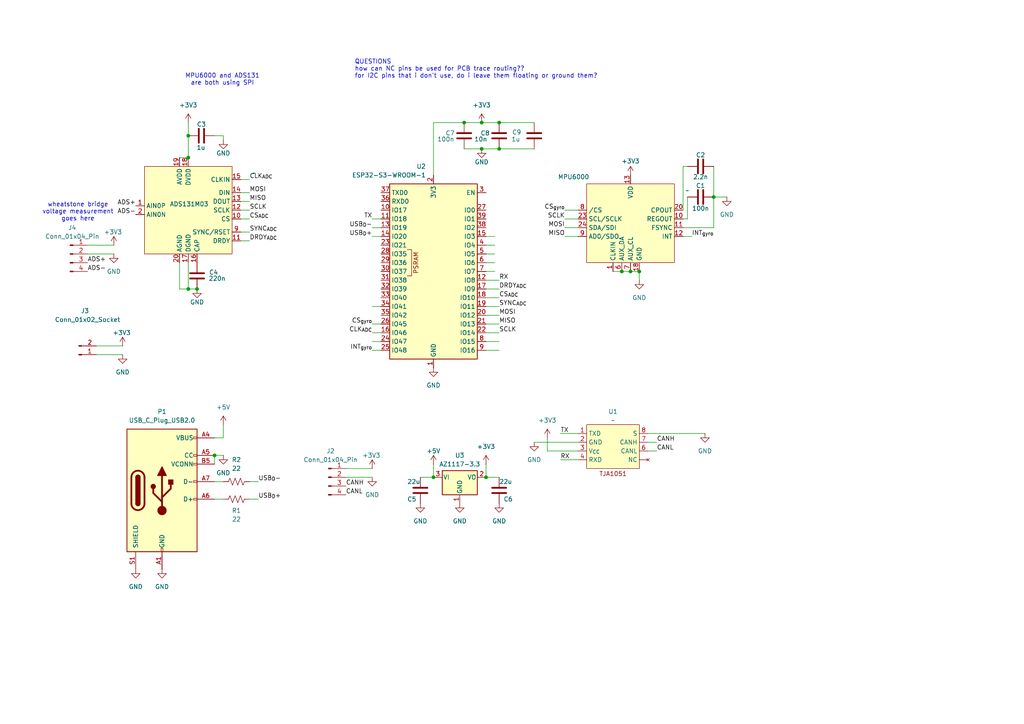
<source format=kicad_sch>
(kicad_sch (version 20231120) (generator "eeschema") (generator_version "8.0")
  (paper "A4")
  (lib_symbols
    (symbol "0_pwrmtr:ADS131M03"
      (property "Reference" "ADS131M03" (at -19.05 15.24 0))
      (symbol "ADS131M03_1_1"
        (rectangle (start -12.7 12.7) (end 12.7 -12.7) (fill (type background)))
        (pin input line (at -15.24 1.27 0) (length 2.54) (name "AIN0P") (number "1"))
        (pin input line (at 15.24 -2.54 180) (length 2.54) (name "CS") (number "10"))
        (pin input line (at 15.24 -8.89 180) (length 2.54) (name "DRDY") (number "11"))
        (pin input line (at 15.24 0 180) (length 2.54) (name "SCLK") (number "12"))
        (pin input line (at 15.24 2.54 180) (length 2.54) (name "DOUT") (number "13"))
        (pin input line (at 15.24 5.08 180) (length 2.54) (name "DIN") (number "14"))
        (pin input line (at 15.24 8.89 180) (length 2.54) (name "CLKIN") (number "15"))
        (pin input line (at 2.54 -15.24 90) (length 2.54) (name "CAP") (number "16"))
        (pin input line (at 0 -15.24 90) (length 2.54) (name "DGND") (number "17"))
        (pin input line (at 0 15.24 270) (length 2.54) (name "DVDD") (number "18"))
        (pin input line (at -2.54 15.24 270) (length 2.54) (name "AVDD") (number "19"))
        (pin input line (at -15.24 -1.27 0) (length 2.54) (name "AIN0N") (number "2"))
        (pin input line (at -2.54 -15.24 90) (length 2.54) (name "AGND") (number "20"))
        (pin input line (at -15.24 -8.89 0) (length 2.54) hide (name "AIN1N") (number "3"))
        (pin input line (at -15.24 -10.16 0) (length 2.54) hide (name "AIN1P") (number "4"))
        (pin input line (at -15.24 -11.43 0) (length 2.54) hide (name "AIN2P") (number "5"))
        (pin input line (at -12.7 -15.24 90) (length 2.54) hide (name "AIN2N") (number "6"))
        (pin input line (at -11.43 -15.24 90) (length 2.54) hide (name "NC") (number "7"))
        (pin input line (at -10.16 -15.24 90) (length 2.54) hide (name "NC") (number "8"))
        (pin input line (at 15.24 -6.35 180) (length 2.54) (name "SYNC/RSET") (number "9"))
      )
    )
    (symbol "0_pwrmtr:MPU6050"
      (property "Reference" "MPU6050" (at -19.05 12.7 0))
      (symbol "MPU6050_1_1"
        (rectangle (start -12.7 11.43) (end 12.7 -11.43) (fill (type background)))
        (pin input line (at -5.08 -13.97 90) (length 2.54) (name "CLKIN") (number "1"))
        (pin input line (at 15.24 1.27 180) (length 2.54) (name "REGOUT") (number "10"))
        (pin input line (at 15.24 -1.27 180) (length 2.54) (name "FSYNC") (number "11"))
        (pin input line (at 15.24 -3.81 180) (length 2.54) (name "INT") (number "12"))
        (pin input line (at 0 13.97 270) (length 2.54) (name "VDD") (number "13"))
        (pin no_connect line (at 3.81 13.97 270) (length 2.54) hide (name "NC") (number "14"))
        (pin no_connect line (at -3.81 13.97 270) (length 2.54) hide (name "NC") (number "15"))
        (pin no_connect line (at -6.35 13.97 270) (length 2.54) hide (name "NC") (number "16"))
        (pin no_connect line (at -8.89 13.97 270) (length 2.54) hide (name "NC") (number "17"))
        (pin input line (at 2.54 -13.97 90) (length 2.54) (name "GND") (number "18"))
        (pin input line (at -15.24 -10.16 0) (length 2.54) hide (name "RESV") (number "19"))
        (pin no_connect line (at -11.43 13.97 270) (length 2.54) hide (name "NC") (number "2"))
        (pin input line (at 15.24 3.81 180) (length 2.54) (name "CPOUT") (number "20"))
        (pin input line (at -15.24 -7.62 0) (length 2.54) hide (name "RESV") (number "21"))
        (pin input line (at -15.24 -5.08 0) (length 2.54) hide (name "RESV") (number "22"))
        (pin input line (at -15.24 1.27 0) (length 2.54) (name "SCL/SCLK") (number "23"))
        (pin input line (at -15.24 -1.27 0) (length 2.54) (name "SDA/SDI") (number "24"))
        (pin no_connect line (at 11.43 13.97 270) (length 2.54) hide (name "NC") (number "3"))
        (pin no_connect line (at 8.89 13.97 270) (length 2.54) hide (name "NC") (number "4"))
        (pin no_connect line (at 6.35 13.97 270) (length 2.54) hide (name "NC") (number "5"))
        (pin input line (at -2.54 -13.97 90) (length 2.54) (name "AUX_DA") (number "6"))
        (pin input line (at 0 -13.97 90) (length 2.54) (name "AUX_CL") (number "7"))
        (pin input line (at -15.24 3.81 0) (length 2.54) (name "/CS") (number "8"))
        (pin input line (at -15.24 -3.81 0) (length 2.54) (name "AD0/SDO") (number "9"))
      )
    )
    (symbol "Connector:Conn_01x02_Pin" (pin_names (offset 1.016) hide)
      (property "Reference" "J" (at 0 2.54 0))
      (property "Value" "Conn_01x02_Pin" (at 0 -5.08 0))
      (symbol "Conn_01x02_Pin_1_1"
        (polyline (pts (xy 1.27 -2.54) (xy 0.8636 -2.54)) (stroke (width 0.1524)))
        (polyline (pts (xy 1.27 0) (xy 0.8636 0)) (stroke (width 0.1524)))
        (rectangle (start 0.8636 -2.413) (end 0 -2.667) (stroke (width 0.1524)) (fill (type outline)))
        (rectangle (start 0.8636 0.127) (end 0 -0.127) (stroke (width 0.1524)) (fill (type outline)))
        (pin passive line (at 5.08 0 180) (length 3.81) (name "Pin_1") (number "1"))
        (pin passive line (at 5.08 -2.54 180) (length 3.81) (name "Pin_2") (number "2"))
      )
    )
    (symbol "Connector:Conn_01x04_Pin" (pin_names (offset 1.016) hide)
      (property "Reference" "J" (at 0 5.08 0))
      (property "Value" "Conn_01x04_Pin" (at 0 -7.62 0))
      (symbol "Conn_01x04_Pin_1_1"
        (polyline (pts (xy 1.27 -5.08) (xy 0.8636 -5.08)) (stroke (width 0.1524)))
        (polyline (pts (xy 1.27 -2.54) (xy 0.8636 -2.54)) (stroke (width 0.1524)))
        (polyline (pts (xy 1.27 0) (xy 0.8636 0)) (stroke (width 0.1524)))
        (polyline (pts (xy 1.27 2.54) (xy 0.8636 2.54)) (stroke (width 0.1524)))
        (rectangle (start 0.8636 -4.953) (end 0 -5.207) (stroke (width 0.1524)) (fill (type outline)))
        (rectangle (start 0.8636 -2.413) (end 0 -2.667) (stroke (width 0.1524)) (fill (type outline)))
        (rectangle (start 0.8636 0.127) (end 0 -0.127) (stroke (width 0.1524)) (fill (type outline)))
        (rectangle (start 0.8636 2.667) (end 0 2.413) (stroke (width 0.1524)) (fill (type outline)))
        (pin passive line (at 5.08 2.54 180) (length 3.81) (name "Pin_1") (number "1"))
        (pin passive line (at 5.08 0 180) (length 3.81) (name "Pin_2") (number "2"))
        (pin passive line (at 5.08 -2.54 180) (length 3.81) (name "Pin_3") (number "3"))
        (pin passive line (at 5.08 -5.08 180) (length 3.81) (name "Pin_4") (number "4"))
      )
    )
    (symbol "Connector:USB_C_Plug_USB2.0" (pin_names (offset 1.016))
      (property "Reference" "P" (at -10.16 19.05 0))
      (property "Value" "USB_C_Plug_USB2.0" (at 12.7 19.05 0))
      (symbol "USB_C_Plug_USB2.0_0_0"
        (rectangle (start -0.254 -17.78) (end 0.254 -16.764))
        (rectangle (start 10.16 -2.286) (end 9.144 -2.794))
        (rectangle (start 10.16 2.794) (end 9.144 2.286))
        (rectangle (start 10.16 7.874) (end 9.144 7.366))
        (rectangle (start 10.16 10.414) (end 9.144 9.906))
        (rectangle (start 10.16 15.494) (end 9.144 14.986))
      )
      (symbol "USB_C_Plug_USB2.0_0_1"
        (rectangle (start -10.16 17.78) (end 10.16 -17.78) (stroke (width 0.254)) (fill (type background)))
        (arc (start -8.89 -3.81) (mid -6.985 -5.7067) (end -5.08 -3.81) (stroke (width 0.508)))
        (arc (start -7.62 -3.81) (mid -6.985 -4.4423) (end -6.35 -3.81) (stroke (width 0.254)))
        (arc (start -7.62 -3.81) (mid -6.985 -4.4423) (end -6.35 -3.81) (stroke (width 0.254)) (fill (type outline)))
        (rectangle (start -7.62 -3.81) (end -6.35 3.81) (stroke (width 0.254)) (fill (type outline)))
        (arc (start -6.35 3.81) (mid -6.985 4.4423) (end -7.62 3.81) (stroke (width 0.254)))
        (arc (start -6.35 3.81) (mid -6.985 4.4423) (end -7.62 3.81) (stroke (width 0.254)) (fill (type outline)))
        (arc (start -5.08 3.81) (mid -6.985 5.7067) (end -8.89 3.81) (stroke (width 0.508)))
        (circle (center -2.54 1.143) (radius 0.635) (stroke (width 0.254)) (fill (type outline)))
        (circle (center 0 -5.842) (radius 1.27) (fill (type outline)))
        (polyline (pts (xy -8.89 -3.81) (xy -8.89 3.81)) (stroke (width 0.508)))
        (polyline (pts (xy -5.08 3.81) (xy -5.08 -3.81)) (stroke (width 0.508)))
        (polyline (pts (xy 0 -5.842) (xy 0 4.318)) (stroke (width 0.508)))
        (polyline (pts (xy 0 -3.302) (xy -2.54 -0.762) (xy -2.54 0.508)) (stroke (width 0.508)))
        (polyline (pts (xy 0 -2.032) (xy 2.54 0.508) (xy 2.54 1.778)) (stroke (width 0.508)))
        (polyline (pts (xy -1.27 4.318) (xy 0 6.858) (xy 1.27 4.318) (xy -1.27 4.318)) (stroke (width 0.254)) (fill (type outline)))
        (rectangle (start 1.905 1.778) (end 3.175 3.048) (stroke (width 0.254)) (fill (type outline)))
      )
      (symbol "USB_C_Plug_USB2.0_1_1"
        (pin passive line (at 0 -22.86 90) (length 5.08) (name "GND") (number "A1"))
        (pin passive line (at 0 -22.86 90) (length 5.08) hide (name "GND") (number "A12"))
        (pin passive line (at 15.24 15.24 180) (length 5.08) (name "VBUS") (number "A4"))
        (pin bidirectional line (at 15.24 10.16 180) (length 5.08) (name "CC") (number "A5"))
        (pin bidirectional line (at 15.24 -2.54 180) (length 5.08) (name "D+") (number "A6"))
        (pin bidirectional line (at 15.24 2.54 180) (length 5.08) (name "D-") (number "A7"))
        (pin passive line (at 15.24 15.24 180) (length 5.08) hide (name "VBUS") (number "A9"))
        (pin passive line (at 0 -22.86 90) (length 5.08) hide (name "GND") (number "B1"))
        (pin passive line (at 0 -22.86 90) (length 5.08) hide (name "GND") (number "B12"))
        (pin passive line (at 15.24 15.24 180) (length 5.08) hide (name "VBUS") (number "B4"))
        (pin bidirectional line (at 15.24 7.62 180) (length 5.08) (name "VCONN") (number "B5"))
        (pin passive line (at 15.24 15.24 180) (length 5.08) hide (name "VBUS") (number "B9"))
        (pin passive line (at -7.62 -22.86 90) (length 5.08) (name "SHIELD") (number "S1"))
      )
    )
    (symbol "Device:C" (pin_numbers hide) (pin_names (offset 0.254))
      (property "Reference" "C" (at 0.635 2.54 0))
      (property "Value" "C" (at 0.635 -2.54 0))
      (symbol "C_0_1"
        (polyline (pts (xy -2.032 -0.762) (xy 2.032 -0.762)) (stroke (width 0.508)))
        (polyline (pts (xy -2.032 0.762) (xy 2.032 0.762)) (stroke (width 0.508)))
      )
      (symbol "C_1_1"
        (pin passive line (at 0 3.81 270) (length 2.794) (name "~") (number "1"))
        (pin passive line (at 0 -3.81 90) (length 2.794) (name "~") (number "2"))
      )
    )
    (symbol "Device:R_US" (pin_numbers hide) (pin_names (offset 0))
      (property "Reference" "R" (at 2.54 0 90))
      (property "Value" "R_US" (at -2.54 0 90))
      (symbol "R_US_0_1"
        (polyline (pts (xy 0 -2.286) (xy 0 -2.54)))
        (polyline (pts (xy 0 2.286) (xy 0 2.54)))
        (polyline (pts (xy 0 -0.762) (xy 1.016 -1.143) (xy 0 -1.524) (xy -1.016 -1.905) (xy 0 -2.286)))
        (polyline (pts (xy 0 0.762) (xy 1.016 0.381) (xy 0 0) (xy -1.016 -0.381) (xy 0 -0.762)))
        (polyline (pts (xy 0 2.286) (xy 1.016 1.905) (xy 0 1.524) (xy -1.016 1.143) (xy 0 0.762)))
      )
      (symbol "R_US_1_1"
        (pin passive line (at 0 3.81 270) (length 1.27) (name "~") (number "1"))
        (pin passive line (at 0 -3.81 90) (length 1.27) (name "~") (number "2"))
      )
    )
    (symbol "Interface_CAN_LIN:TJA1051"
      (property "Reference" "U3" (at 0 1.27 0))
      (property "Value" "~" (at 0 -1.27 0))
      (symbol "TJA1051_1_1"
        (rectangle (start -7.62 -2.54) (end 7.62 -15.24) (fill (type background)))
        (text "TJA1051" (at 0 -16.764 0) (effects (font (size 1.27 1.27))))
        (pin no_connect line (at 10.16 -12.7 180) (length 2.54) (name "NC") (number ""))
        (pin bidirectional line (at -10.16 -5.08 0) (length 2.54) (name "TXD") (number "1"))
        (pin input line (at -10.16 -7.62 0) (length 2.54) (name "GND") (number "2"))
        (pin input line (at -10.16 -10.16 0) (length 2.54) (name "V_{CC}") (number "3"))
        (pin bidirectional line (at -10.16 -12.7 0) (length 2.54) (name "RXD") (number "4"))
        (pin bidirectional line (at 10.16 -10.16 180) (length 2.54) (name "CANL") (number "6"))
        (pin bidirectional line (at 10.16 -7.62 180) (length 2.54) (name "CANH") (number "7"))
        (pin input line (at 10.16 -5.08 180) (length 2.54) (name "S") (number "8"))
      )
    )
    (symbol "RF_Module:ESP32-S3-WROOM-1"
      (property "Reference" "U" (at -12.7 26.67 0))
      (property "Value" "ESP32-S3-WROOM-1" (at 12.7 26.67 0))
      (symbol "ESP32-S3-WROOM-1_0_0"
        (rectangle (start -12.7 25.4) (end 12.7 -25.4) (stroke (width 0.254)) (fill (type background)))
        (text "PSRAM" (at 5.08 2.54 900) (effects (font (size 1.27 1.27))))
      )
      (symbol "ESP32-S3-WROOM-1_0_1"
        (polyline (pts (xy 7.62 -1.27) (xy 6.35 -1.27) (xy 6.35 6.35) (xy 7.62 6.35)))
      )
      (symbol "ESP32-S3-WROOM-1_1_1"
        (pin power_in line (at 0 -27.94 90) (length 2.54) (name "GND") (number "1"))
        (pin bidirectional line (at 15.24 17.78 180) (length 2.54) (name "IO17") (number "10"))
        (pin bidirectional line (at 15.24 15.24 180) (length 2.54) (name "IO18") (number "11"))
        (pin bidirectional line (at -15.24 -2.54 0) (length 2.54) (name "IO8") (number "12"))
        (pin bidirectional line (at 15.24 12.7 180) (length 2.54) (name "IO19") (number "13"))
        (pin bidirectional line (at 15.24 10.16 180) (length 2.54) (name "IO20") (number "14"))
        (pin bidirectional line (at -15.24 10.16 0) (length 2.54) (name "IO3") (number "15"))
        (pin bidirectional line (at 15.24 -17.78 180) (length 2.54) (name "IO46") (number "16"))
        (pin bidirectional line (at -15.24 -5.08 0) (length 2.54) (name "IO9") (number "17"))
        (pin bidirectional line (at -15.24 -7.62 0) (length 2.54) (name "IO10") (number "18"))
        (pin bidirectional line (at -15.24 -10.16 0) (length 2.54) (name "IO11") (number "19"))
        (pin power_in line (at 0 27.94 270) (length 2.54) (name "3V3") (number "2"))
        (pin bidirectional line (at -15.24 -12.7 0) (length 2.54) (name "IO12") (number "20"))
        (pin bidirectional line (at -15.24 -15.24 0) (length 2.54) (name "IO13") (number "21"))
        (pin bidirectional line (at -15.24 -17.78 0) (length 2.54) (name "IO14") (number "22"))
        (pin bidirectional line (at 15.24 7.62 180) (length 2.54) (name "IO21") (number "23"))
        (pin bidirectional line (at 15.24 -20.32 180) (length 2.54) (name "IO47") (number "24"))
        (pin bidirectional line (at 15.24 -22.86 180) (length 2.54) (name "IO48") (number "25"))
        (pin bidirectional line (at 15.24 -15.24 180) (length 2.54) (name "IO45") (number "26"))
        (pin bidirectional line (at -15.24 17.78 0) (length 2.54) (name "IO0") (number "27"))
        (pin bidirectional line (at 15.24 5.08 180) (length 2.54) (name "IO35") (number "28"))
        (pin bidirectional line (at 15.24 2.54 180) (length 2.54) (name "IO36") (number "29"))
        (pin input line (at -15.24 22.86 0) (length 2.54) (name "EN") (number "3"))
        (pin bidirectional line (at 15.24 0 180) (length 2.54) (name "IO37") (number "30"))
        (pin bidirectional line (at 15.24 -2.54 180) (length 2.54) (name "IO38") (number "31"))
        (pin bidirectional line (at 15.24 -5.08 180) (length 2.54) (name "IO39") (number "32"))
        (pin bidirectional line (at 15.24 -7.62 180) (length 2.54) (name "IO40") (number "33"))
        (pin bidirectional line (at 15.24 -10.16 180) (length 2.54) (name "IO41") (number "34"))
        (pin bidirectional line (at 15.24 -12.7 180) (length 2.54) (name "IO42") (number "35"))
        (pin bidirectional line (at 15.24 20.32 180) (length 2.54) (name "RXD0") (number "36"))
        (pin bidirectional line (at 15.24 22.86 180) (length 2.54) (name "TXD0") (number "37"))
        (pin bidirectional line (at -15.24 12.7 0) (length 2.54) (name "IO2") (number "38"))
        (pin bidirectional line (at -15.24 15.24 0) (length 2.54) (name "IO1") (number "39"))
        (pin bidirectional line (at -15.24 7.62 0) (length 2.54) (name "IO4") (number "4"))
        (pin passive line (at 0 -27.94 90) (length 2.54) hide (name "GND") (number "40"))
        (pin passive line (at 0 -27.94 90) (length 2.54) hide (name "GND") (number "41"))
        (pin bidirectional line (at -15.24 5.08 0) (length 2.54) (name "IO5") (number "5"))
        (pin bidirectional line (at -15.24 2.54 0) (length 2.54) (name "IO6") (number "6"))
        (pin bidirectional line (at -15.24 0 0) (length 2.54) (name "IO7") (number "7"))
        (pin bidirectional line (at -15.24 -20.32 0) (length 2.54) (name "IO15") (number "8"))
        (pin bidirectional line (at -15.24 -22.86 0) (length 2.54) (name "IO16") (number "9"))
      )
    )
    (symbol "Regulator_Linear:AZ1117-3.3" (pin_names (offset 0.254))
      (property "Reference" "U" (at -3.81 3.175 0))
      (property "Value" "AZ1117-3.3" (at 0 3.175 0))
      (symbol "AZ1117-3.3_0_1"
        (rectangle (start -5.08 1.905) (end 5.08 -5.08) (stroke (width 0.254)) (fill (type background)))
      )
      (symbol "AZ1117-3.3_1_1"
        (pin power_in line (at 0 -7.62 90) (length 2.54) (name "GND") (number "1"))
        (pin power_out line (at 7.62 0 180) (length 2.54) (name "VO") (number "2"))
        (pin power_in line (at -7.62 0 0) (length 2.54) (name "VI") (number "3"))
      )
    )
    (symbol "power:+3V3" (power) (pin_numbers hide) (pin_names (offset 0) hide)
      (property "Value" "+3V3" (at 0 3.556 0))
      (symbol "+3V3_0_1"
        (polyline (pts (xy -0.762 1.27) (xy 0 2.54)))
        (polyline (pts (xy 0 0) (xy 0 2.54)))
        (polyline (pts (xy 0 2.54) (xy 0.762 1.27)))
      )
      (symbol "+3V3_1_1"
        (pin power_in line (at 0 0 90) (length 0) (name "~") (number "1"))
      )
    )
    (symbol "power:+5V" (power) (pin_numbers hide) (pin_names (offset 0) hide)
      (property "Value" "+5V" (at 0 3.556 0))
      (symbol "+5V_0_1"
        (polyline (pts (xy -0.762 1.27) (xy 0 2.54)))
        (polyline (pts (xy 0 0) (xy 0 2.54)))
        (polyline (pts (xy 0 2.54) (xy 0.762 1.27)))
      )
      (symbol "+5V_1_1"
        (pin power_in line (at 0 0 90) (length 0) (name "~") (number "1"))
      )
    )
    (symbol "power:GND" (power) (pin_numbers hide) (pin_names (offset 0) hide)
      (property "Value" "GND" (at 0 -3.81 0))
      (symbol "GND_0_1"
        (polyline (pts (xy 0 0) (xy 0 -1.27) (xy 1.27 -1.27) (xy 0 -2.54) (xy -1.27 -1.27) (xy 0 -1.27)))
      )
      (symbol "GND_1_1"
        (pin power_in line (at 0 0 270) (length 0) (name "~") (number "1"))
      )
    )
  )
  (junction (at 54.61 39.37))
  (junction (at 54.61 83.82))
  (junction (at 125.73 138.43))
  (junction (at 57.15 83.82))
  (junction (at 139.7 35.56))
  (junction (at 180.34 78.74))
  (junction (at 207.01 57.15))
  (junction (at 62.23 132.08))
  (junction (at 139.7 43.18))
  (junction (at 140.97 138.43))
  (junction (at 54.61 45.72))
  (junction (at 144.78 35.56))
  (junction (at 182.88 78.74))
  (junction (at 134.62 35.56))
  (junction (at 185.42 78.74))
  (junction (at 144.78 43.18))
  (wire (pts (xy 121.92 138.43) (xy 125.73 138.43)))
  (wire (pts (xy 140.97 91.44) (xy 144.78 91.44)))
  (wire (pts (xy 52.07 83.82) (xy 54.61 83.82)))
  (wire (pts (xy 198.12 63.5) (xy 199.39 63.5)))
  (wire (pts (xy 140.97 101.6) (xy 144.78 101.6)))
  (wire (pts (xy 163.83 68.58) (xy 167.64 68.58)))
  (wire (pts (xy 158.75 127) (xy 158.75 130.81)))
  (wire (pts (xy 62.23 127) (xy 64.77 127)))
  (wire (pts (xy 158.75 130.81) (xy 167.64 130.81)))
  (wire (pts (xy 54.61 35.56) (xy 54.61 39.37)))
  (wire (pts (xy 139.7 43.18) (xy 144.78 43.18)))
  (wire (pts (xy 139.7 35.56) (xy 144.78 35.56)))
  (wire (pts (xy 35.56 100.33) (xy 27.94 100.33)))
  (wire (pts (xy 107.95 135.89) (xy 100.33 135.89)))
  (wire (pts (xy 140.97 134.62) (xy 140.97 138.43)))
  (wire (pts (xy 177.8 78.74) (xy 180.34 78.74)))
  (wire (pts (xy 144.78 99.06) (xy 140.97 99.06)))
  (wire (pts (xy 134.62 35.56) (xy 139.7 35.56)))
  (wire (pts (xy 140.97 88.9) (xy 144.78 88.9)))
  (wire (pts (xy 134.62 43.18) (xy 139.7 43.18)))
  (wire (pts (xy 64.77 132.08) (xy 62.23 132.08)))
  (wire (pts (xy 125.73 134.62) (xy 125.73 138.43)))
  (wire (pts (xy 125.73 35.56) (xy 134.62 35.56)))
  (wire (pts (xy 144.78 43.18) (xy 154.94 43.18)))
  (wire (pts (xy 190.5 128.27) (xy 187.96 128.27)))
  (wire (pts (xy 207.01 48.26) (xy 207.01 57.15)))
  (wire (pts (xy 198.12 68.58) (xy 200.66 68.58)))
  (wire (pts (xy 35.56 102.87) (xy 27.94 102.87)))
  (wire (pts (xy 69.85 55.88) (xy 72.39 55.88)))
  (wire (pts (xy 199.39 57.15) (xy 199.39 63.5)))
  (wire (pts (xy 69.85 69.85) (xy 72.39 69.85)))
  (wire (pts (xy 33.02 71.12) (xy 25.4 71.12)))
  (wire (pts (xy 140.97 81.28) (xy 144.78 81.28)))
  (wire (pts (xy 54.61 76.2) (xy 54.61 83.82)))
  (wire (pts (xy 107.95 138.43) (xy 100.33 138.43)))
  (wire (pts (xy 64.77 39.37) (xy 64.77 40.64)))
  (wire (pts (xy 107.95 68.58) (xy 110.49 68.58)))
  (wire (pts (xy 198.12 48.26) (xy 198.12 60.96)))
  (wire (pts (xy 163.83 63.5) (xy 167.64 63.5)))
  (wire (pts (xy 72.39 144.78) (xy 74.93 144.78)))
  (wire (pts (xy 125.73 35.56) (xy 125.73 50.8)))
  (wire (pts (xy 207.01 57.15) (xy 207.01 66.04)))
  (wire (pts (xy 144.78 35.56) (xy 154.94 35.56)))
  (wire (pts (xy 69.85 67.31) (xy 72.39 67.31)))
  (wire (pts (xy 52.07 45.72) (xy 54.61 45.72)))
  (wire (pts (xy 69.85 52.07) (xy 72.39 52.07)))
  (wire (pts (xy 199.39 48.26) (xy 198.12 48.26)))
  (wire (pts (xy 72.39 139.7) (xy 74.93 139.7)))
  (wire (pts (xy 185.42 78.74) (xy 185.42 81.28)))
  (wire (pts (xy 107.95 88.9) (xy 110.49 88.9)))
  (wire (pts (xy 54.61 83.82) (xy 57.15 83.82)))
  (wire (pts (xy 107.95 93.98) (xy 110.49 93.98)))
  (wire (pts (xy 33.02 73.66) (xy 25.4 73.66)))
  (wire (pts (xy 144.78 138.43) (xy 140.97 138.43)))
  (wire (pts (xy 107.95 99.06) (xy 110.49 99.06)))
  (wire (pts (xy 62.23 132.08) (xy 62.23 134.62)))
  (wire (pts (xy 140.97 78.74) (xy 143.51 78.74)))
  (wire (pts (xy 140.97 93.98) (xy 144.78 93.98)))
  (wire (pts (xy 182.88 78.74) (xy 185.42 78.74)))
  (wire (pts (xy 162.56 125.73) (xy 167.64 125.73)))
  (wire (pts (xy 154.94 128.27) (xy 167.64 128.27)))
  (wire (pts (xy 140.97 68.58) (xy 143.51 68.58)))
  (wire (pts (xy 69.85 63.5) (xy 72.39 63.5)))
  (wire (pts (xy 140.97 86.36) (xy 144.78 86.36)))
  (wire (pts (xy 62.23 39.37) (xy 64.77 39.37)))
  (wire (pts (xy 107.95 63.5) (xy 110.49 63.5)))
  (wire (pts (xy 140.97 73.66) (xy 143.51 73.66)))
  (wire (pts (xy 140.97 83.82) (xy 144.78 83.82)))
  (wire (pts (xy 180.34 78.74) (xy 182.88 78.74)))
  (wire (pts (xy 54.61 39.37) (xy 54.61 45.72)))
  (wire (pts (xy 62.23 144.78) (xy 64.77 144.78)))
  (wire (pts (xy 140.97 96.52) (xy 144.78 96.52)))
  (wire (pts (xy 64.77 127) (xy 64.77 123.19)))
  (wire (pts (xy 198.12 66.04) (xy 207.01 66.04)))
  (wire (pts (xy 187.96 125.73) (xy 204.47 125.73)))
  (wire (pts (xy 190.5 130.81) (xy 187.96 130.81)))
  (wire (pts (xy 107.95 101.6) (xy 110.49 101.6)))
  (wire (pts (xy 52.07 76.2) (xy 52.07 83.82)))
  (wire (pts (xy 140.97 76.2) (xy 143.51 76.2)))
  (wire (pts (xy 140.97 71.12) (xy 143.51 71.12)))
  (wire (pts (xy 107.95 66.04) (xy 110.49 66.04)))
  (wire (pts (xy 163.83 60.96) (xy 167.64 60.96)))
  (wire (pts (xy 62.23 139.7) (xy 64.77 139.7)))
  (wire (pts (xy 207.01 57.15) (xy 210.82 57.15)))
  (wire (pts (xy 163.83 66.04) (xy 167.64 66.04)))
  (wire (pts (xy 162.56 133.35) (xy 167.64 133.35)))
  (wire (pts (xy 69.85 60.96) (xy 72.39 60.96)))
  (wire (pts (xy 69.85 58.42) (xy 72.39 58.42)))
  (wire (pts (xy 107.95 96.52) (xy 110.49 96.52)))
  (text "wheatstone bridge\nvoltage measurement\ngoes here" (at 22.606 61.468 0) (effects (font (size 1.27 1.27))))
  (text "MPU6000 and ADS131\nare both using SPI" (at 64.516 23.114 0) (effects (font (size 1.27 1.27))))
  (text "QUESTIONS\nhow can NC pins be used for PCB trace routing??\nfor I2C pins that i don't use, do i leave them floating or ground them?" (at 102.87 20.066 0) (effects (font (size 1.27 1.27)) (justify left)))
  (label "SYNC_{ADC}" (at 144.78 88.9 0))
  (label "SCLK" (at 72.39 60.96 0))
  (label "RX" (at 162.56 133.35 0))
  (label "ADS-" (at 25.4 78.74 0))
  (label "DRDY_{ADC}" (at 72.39 69.85 0))
  (label "CS_{gyro}" (at 163.83 60.96 180))
  (label "TX" (at 162.56 125.73 0))
  (label "INT_{gyro}" (at 107.95 101.6 180))
  (label "CS_{ADC}" (at 72.39 63.5 0))
  (label "MOSI" (at 144.78 91.44 0))
  (label "CLK_{ADC}" (at 107.95 96.52 180))
  (label "MISO" (at 72.39 58.42 0))
  (label "USB_{D}+" (at 107.95 68.58 180))
  (label "DRDY_{ADC}" (at 144.78 83.82 0))
  (label "ADS-" (at 39.37 62.23 180))
  (label "SYNC_{ADC}" (at 72.39 67.31 0))
  (label "TX" (at 107.95 63.5 180))
  (label "USB_{D}+" (at 74.93 144.78 0))
  (label "ADS+" (at 39.37 59.69 180))
  (label "CS_{gyro}" (at 107.95 93.98 180))
  (label "RX" (at 144.78 81.28 0))
  (label "ADS+" (at 25.4 76.2 0))
  (label "INT_{gyro}" (at 200.66 68.58 0))
  (label "USB_{D}-" (at 74.93 139.7 0))
  (label "CANL" (at 190.5 130.81 0))
  (label "MISO" (at 163.83 68.58 180))
  (label "CANH" (at 190.5 128.27 0))
  (label "USB_{D}-" (at 107.95 66.04 180))
  (label "SCLK" (at 144.78 96.52 0))
  (label "CANH" (at 100.33 140.97 0))
  (label "MISO" (at 144.78 93.98 0))
  (label "CANL" (at 100.33 143.51 0))
  (label "CLK_{ADC}" (at 72.39 52.07 0))
  (label "CS_{ADC}" (at 144.78 86.36 0))
  (label "MOSI" (at 163.83 66.04 180))
  (label "MOSI" (at 72.39 55.88 0))
  (label "SCLK" (at 163.83 63.5 180))
  (symbol (lib_id "power:GND") (at 144.78 146.05 0) (unit 1)
    (property "Reference" "#PWR016" (effects (hide yes)))
    (property "Value" "GND" (at 144.78 151.13 0))
  )
  (symbol (lib_id "power:GND") (at 64.77 40.64 0) (unit 1)
    (property "Reference" "#PWR010" (effects (hide yes)))
    (property "Value" "GND" (at 64.77 44.45 0))
    (property "Description" "Power symbol creates a global label with name \"GND\" , ground" (effects (hide yes)))
  )
  (symbol (lib_id "Device:C") (at 203.2 57.15 270) (unit 1)
    (property "Reference" "C1" (at 203.2 53.848 90))
    (property "Value" "100n" (at 203.2 60.452 90))
    (property "Footprint" "Capacitor_SMD:C_0603_1608Metric" (effects (hide yes)))
    (property "Description" "Unpolarized capacitor" (effects (hide yes)))
  )
  (symbol (lib_id "power:GND") (at 64.77 132.08 0) (unit 1)
    (property "Reference" "#PWR020" (effects (hide yes)))
    (property "Value" "GND" (at 64.77 137.16 0))
    (property "Description" "Power symbol creates a global label with name \"GND\" , ground" (effects (hide yes)))
  )
  (symbol (lib_id "power:GND") (at 33.02 73.66 0) (unit 1)
    (property "Reference" "#PWR027" (effects (hide yes)))
    (property "Value" "GND" (at 33.02 78.74 0))
    (property "Description" "Power symbol creates a global label with name \"GND\" , ground" (effects (hide yes)))
  )
  (symbol (lib_id "power:+3V3") (at 107.95 135.89 0) (unit 1)
    (property "Reference" "#PWR017" (effects (hide yes)))
    (property "Value" "+3V3" (at 107.696 132.08 0))
    (property "Description" "Power symbol creates a global label with name \"+3V3\"" (effects (hide yes)))
  )
  (symbol (lib_id "power:+3V3") (at 54.61 35.56 0) (unit 1)
    (property "Reference" "#PWR011" (effects (hide yes)))
    (property "Value" "+3V3" (at 54.61 30.48 0))
    (property "Description" "Power symbol creates a global label with name \"+3V3\"" (effects (hide yes)))
  )
  (symbol (lib_id "power:+3V3") (at 35.56 100.33 0) (unit 1)
    (property "Reference" "#PWR08" (effects (hide yes)))
    (property "Value" "+3V3" (at 35.306 96.52 0))
    (property "Description" "Power symbol creates a global label with name \"+3V3\"" (effects (hide yes)))
  )
  (symbol (lib_id "power:+5V") (at 125.73 134.62 0) (unit 1)
    (property "Reference" "#PWR013" (effects (hide yes)))
    (property "Value" "+5V" (at 125.73 130.81 0))
  )
  (symbol (lib_id "Device:C") (at 58.42 39.37 270) (unit 1)
    (property "Reference" "C3" (at 58.42 36.068 90))
    (property "Value" "1u" (at 58.293 42.799 90))
    (property "Footprint" "Capacitor_SMD:C_0603_1608Metric" (effects (hide yes)))
    (property "Description" "Unpolarized capacitor" (effects (hide yes)))
  )
  (symbol (lib_id "power:GND") (at 185.42 81.28 0) (unit 1)
    (property "Reference" "#PWR04" (effects (hide yes)))
    (property "Value" "GND" (at 185.42 86.36 0))
    (property "Description" "Power symbol creates a global label with name \"GND\" , ground" (effects (hide yes)))
  )
  (symbol (lib_id "power:GND") (at 125.73 106.68 0) (unit 1)
    (property "Reference" "#PWR07" (effects (hide yes)))
    (property "Value" "GND" (at 125.73 111.76 0))
    (property "Description" "Power symbol creates a global label with name \"GND\" , ground" (effects (hide yes)))
  )
  (symbol (lib_id "power:GND") (at 139.7 43.18 0) (unit 1)
    (property "Reference" "#PWR06" (effects (hide yes)))
    (property "Value" "GND" (at 139.7 46.99 0))
    (property "Description" "Power symbol creates a global label with name \"GND\" , ground" (effects (hide yes)))
  )
  (symbol (lib_id "0_pwrmtr:MPU6050") (at 182.88 64.77 0) (unit 1)
    (property "Reference" "MPU6000" (at 166.37 51.308 0))
    (property "Value" "~" (at 199.39 55.2765 0))
    (property "Footprint" "0_stuff:QFN24_4X4X0P9_IVS" (effects (hide yes)))
  )
  (symbol (lib_id "Device:C") (at 57.15 80.01 180) (unit 1)
    (property "Reference" "C4" (at 61.976 78.994 0))
    (property "Value" "220n" (at 62.992 80.772 0))
    (property "Footprint" "Capacitor_SMD:C_0603_1608Metric" (effects (hide yes)))
    (property "Description" "Unpolarized capacitor" (effects (hide yes)))
  )
  (symbol (lib_id "Connector:Conn_01x04_Pin") (at 95.25 138.43 0) (unit 1)
    (property "Reference" "J2" (at 95.885 130.81 0))
    (property "Value" "Conn_01x04_Pin" (at 95.885 133.35 0))
    (property "Footprint" "Connector_PinHeader_2.00mm:PinHeader_1x04_P2.00mm_Vertical" (effects (hide yes)))
    (property "Description" "Generic connector, single row, 01x04, script generated" (effects (hide yes)))
  )
  (symbol (lib_id "Regulator_Linear:AZ1117-3.3") (at 133.35 138.43 0) (unit 1)
    (property "Reference" "U3" (at 133.35 132.08 0))
    (property "Value" "AZ1117-3.3" (at 133.35 134.62 0))
    (property "Footprint" "Package_TO_SOT_SMD:SOT-223-3_TabPin2" (effects (hide yes)))
    (property "Datasheet" "https://www.diodes.com/assets/Datasheets/AZ1117.pdf" (effects (hide yes)))
  )
  (symbol (lib_id "power:GND") (at 204.47 125.73 0) (unit 1)
    (property "Reference" "#PWR025" (effects (hide yes)))
    (property "Value" "GND" (at 204.47 130.81 0))
    (property "Description" "Power symbol creates a global label with name \"GND\" , ground" (effects (hide yes)))
  )
  (symbol (lib_id "power:GND") (at 107.95 138.43 0) (unit 1)
    (property "Reference" "#PWR018" (effects (hide yes)))
    (property "Value" "GND" (at 107.95 143.51 0))
    (property "Description" "Power symbol creates a global label with name \"GND\" , ground" (effects (hide yes)))
  )
  (symbol (lib_id "Connector:Conn_01x02_Pin") (at 22.86 102.87 0) (mirror x) (unit 1)
    (property "Reference" "J3" (at 24.638 90.17 0))
    (property "Value" "Conn_01x02_Socket" (at 25.4 92.71 0))
    (property "Footprint" "Connector_AMASS:AMASS_XT30U-M_1x02_P5.0mm_Vertical" (effects (hide yes)))
    (property "Description" "Generic connector, single row, 01x02, script generated" (effects (hide yes)))
  )
  (symbol (lib_id "Connector:Conn_01x04_Pin") (at 20.32 73.66 0) (unit 1)
    (property "Reference" "J4" (at 20.955 66.04 0))
    (property "Value" "Conn_01x04_Pin" (at 20.955 68.58 0))
    (property "Footprint" "Connector_PinHeader_2.00mm:PinHeader_1x04_P2.00mm_Vertical" (effects (hide yes)))
    (property "Description" "Generic connector, single row, 01x04, script generated" (effects (hide yes)))
  )
  (symbol (lib_id "power:GND") (at 210.82 57.15 0) (unit 1)
    (property "Reference" "#PWR03" (effects (hide yes)))
    (property "Value" "GND" (at 210.82 62.23 0))
    (property "Description" "Power symbol creates a global label with name \"GND\" , ground" (effects (hide yes)))
  )
  (symbol (lib_id "Device:R_US") (at 68.58 139.7 90) (unit 1)
    (property "Reference" "R2" (at 68.58 133.35 90))
    (property "Value" "22" (at 68.58 135.89 90))
    (property "Footprint" "Resistor_SMD:R_0603_1608Metric" (effects (hide yes)))
    (property "Description" "Resistor, US symbol" (effects (hide yes)))
  )
  (symbol (lib_id "Interface_CAN_LIN:TJA1051") (at 177.8 120.65 0) (unit 1)
    (property "Reference" "U1" (at 177.8 119.38 0))
    (property "Value" "~" (at 177.8 121.92 0))
    (property "Footprint" "Package_SO:SO-8_3.9x4.9mm_P1.27mm" (effects (hide yes)))
  )
  (symbol (lib_id "Device:C") (at 144.78 142.24 180) (unit 1)
    (property "Reference" "C6" (at 146.05 144.78 0) (effects (justify right)))
    (property "Value" "22u" (at 144.78 139.7 0) (effects (justify right)))
    (property "Footprint" "Capacitor_SMD:C_0603_1608Metric" (effects (hide yes)))
  )
  (symbol (lib_id "Connector:USB_C_Plug_USB2.0") (at 46.99 142.24 0) (unit 1)
    (property "Reference" "P1" (at 46.99 119.38 0))
    (property "Value" "USB_C_Plug_USB2.0" (at 46.99 121.92 0))
    (property "Footprint" "Connector_USB:USB_C_Receptacle_HRO_TYPE-C-31-M-12" (effects (hide yes)))
    (property "Datasheet" "https://www.usb.org/sites/default/files/documents/usb_type-c.zip" (effects (hide yes)))
    (property "Description" "USB 2.0-only Type-C Plug connector" (effects (hide yes)))
  )
  (symbol (lib_id "power:GND") (at 154.94 128.27 0) (unit 1)
    (property "Reference" "#PWR023" (effects (hide yes)))
    (property "Value" "GND" (at 154.94 133.35 0))
    (property "Description" "Power symbol creates a global label with name \"GND\" , ground" (effects (hide yes)))
  )
  (symbol (lib_id "power:GND") (at 121.92 146.05 0) (unit 1)
    (property "Reference" "#PWR012" (effects (hide yes)))
    (property "Value" "GND" (at 121.92 151.13 0))
  )
  (symbol (lib_id "RF_Module:ESP32-S3-WROOM-1") (at 125.73 78.74 0) (mirror y) (unit 1)
    (property "Reference" "U2" (at 123.5359 48.26 0) (effects (justify left)))
    (property "Value" "ESP32-S3-WROOM-1" (at 123.5359 50.8 0) (effects (justify left)))
    (property "Footprint" "RF_Module:ESP32-S3-WROOM-1" (effects (hide yes)))
    (property "Datasheet" "https://www.espressif.com/sites/default/files/documentation/esp32-s3-wroom-1_wroom-1u_datasheet_en.pdf" (effects (hide yes)))
    (property "Description" "RF Module, ESP32-S3 SoC, Wi-Fi 802.11b/g/n, Bluetooth, BLE, 32-bit, 3.3V, onboard antenna, SMD" (effects (hide yes)))
  )
  (symbol (lib_id "power:GND") (at 133.35 146.05 0) (unit 1)
    (property "Reference" "#PWR014" (effects (hide yes)))
    (property "Value" "GND" (at 133.35 151.13 0))
  )
  (symbol (lib_id "power:+3V3") (at 33.02 71.12 0) (unit 1)
    (property "Reference" "#PWR026" (effects (hide yes)))
    (property "Value" "+3V3" (at 32.766 67.31 0))
    (property "Description" "Power symbol creates a global label with name \"+3V3\"" (effects (hide yes)))
  )
  (symbol (lib_id "power:+3V3") (at 182.88 50.8 0) (unit 1)
    (property "Reference" "#PWR05" (effects (hide yes)))
    (property "Value" "+3V3" (at 182.88 46.736 0))
    (property "Description" "Power symbol creates a global label with name \"+3V3\"" (effects (hide yes)))
  )
  (symbol (lib_id "power:GND") (at 35.56 102.87 0) (unit 1)
    (property "Reference" "#PWR09" (effects (hide yes)))
    (property "Value" "GND" (at 35.56 107.95 0))
    (property "Description" "Power symbol creates a global label with name \"GND\" , ground" (effects (hide yes)))
  )
  (symbol (lib_id "power:GND") (at 57.15 83.82 0) (unit 1)
    (property "Reference" "#PWR02" (effects (hide yes)))
    (property "Value" "GND" (at 57.15 87.63 0))
    (property "Description" "Power symbol creates a global label with name \"GND\" , ground" (effects (hide yes)))
  )
  (symbol (lib_id "power:+3V3") (at 158.75 127 0) (unit 1)
    (property "Reference" "#PWR024" (effects (hide yes)))
    (property "Value" "+3V3" (at 158.75 121.92 0))
    (property "Description" "Power symbol creates a global label with name \"+3V3\"" (effects (hide yes)))
  )
  (symbol (lib_id "Device:C") (at 121.92 142.24 180) (unit 1)
    (property "Reference" "C5" (at 118.11 144.78 0) (effects (justify right)))
    (property "Value" "22u" (at 118.11 139.7 0) (effects (justify right)))
    (property "Footprint" "Capacitor_SMD:C_0603_1608Metric" (effects (hide yes)))
  )
  (symbol (lib_id "0_pwrmtr:ADS131M03") (at 54.61 60.96 0) (unit 1)
    (property "Reference" "ADS131M03" (at 54.864 59.182 0))
    (property "Value" "~" (at 73.66 50.1965 0))
    (property "Footprint" "0_stuff:ads" (effects (hide yes)))
  )
  (symbol (lib_id "Device:C") (at 134.62 39.37 180) (unit 1)
    (property "Reference" "C7" (at 130.556 38.608 0))
    (property "Value" "100n" (at 129.286 40.386 0))
    (property "Footprint" "Capacitor_SMD:C_0603_1608Metric" (effects (hide yes)))
    (property "Description" "Unpolarized capacitor" (effects (hide yes)))
  )
  (symbol (lib_id "Device:C") (at 144.78 39.37 180) (unit 1)
    (property "Reference" "C8" (at 140.716 38.608 0))
    (property "Value" "10n" (at 139.446 40.386 0))
    (property "Footprint" "Capacitor_SMD:C_0603_1608Metric" (effects (hide yes)))
    (property "Description" "Unpolarized capacitor" (effects (hide yes)))
  )
  (symbol (lib_id "Device:R_US") (at 68.58 144.78 90) (unit 1)
    (property "Reference" "R1" (at 68.58 148.082 90))
    (property "Value" "22" (at 68.58 150.622 90))
    (property "Footprint" "Resistor_SMD:R_0603_1608Metric" (effects (hide yes)))
    (property "Description" "Resistor, US symbol" (effects (hide yes)))
  )
  (symbol (lib_id "power:+3V3") (at 140.97 134.62 0) (unit 1)
    (property "Reference" "#PWR015" (effects (hide yes)))
    (property "Value" "+3V3" (at 140.97 129.54 0))
    (property "Description" "Power symbol creates a global label with name \"+3V3\"" (effects (hide yes)))
  )
  (symbol (lib_id "power:+5V") (at 64.77 123.19 0) (unit 1)
    (property "Reference" "#PWR019" (effects (hide yes)))
    (property "Value" "+5V" (at 64.77 118.11 0))
    (property "Description" "Power symbol creates a global label with name \"+5V\"" (effects (hide yes)))
  )
  (symbol (lib_id "power:GND") (at 46.99 165.1 0) (unit 1)
    (property "Reference" "#PWR022" (effects (hide yes)))
    (property "Value" "GND" (at 46.99 170.18 0))
    (property "Description" "Power symbol creates a global label with name \"GND\" , ground" (effects (hide yes)))
  )
  (symbol (lib_id "power:GND") (at 39.37 165.1 0) (unit 1)
    (property "Reference" "#PWR021" (effects (hide yes)))
    (property "Value" "GND" (at 39.37 170.18 0))
    (property "Description" "Power symbol creates a global label with name \"GND\" , ground" (effects (hide yes)))
  )
  (symbol (lib_id "Device:C") (at 154.94 39.37 180) (unit 1)
    (property "Reference" "C9" (at 149.86 38.354 0))
    (property "Value" "1u" (at 149.606 40.386 0))
    (property "Footprint" "Capacitor_SMD:C_0603_1608Metric" (effects (hide yes)))
    (property "Description" "Unpolarized capacitor" (effects (hide yes)))
  )
  (symbol (lib_id "Device:C") (at 203.2 48.26 270) (unit 1)
    (property "Reference" "C2" (at 203.2 44.958 90))
    (property "Value" "2.2n" (at 203.2 51.308 90))
    (property "Footprint" "Capacitor_SMD:C_0603_1608Metric" (effects (hide yes)))
    (property "Description" "Unpolarized capacitor" (effects (hide yes)))
  )
  (symbol (lib_id "power:+3V3") (at 139.7 35.56 0) (unit 1)
    (property "Reference" "#PWR01" (effects (hide yes)))
    (property "Value" "+3V3" (at 139.7 30.48 0))
    (property "Description" "Power symbol creates a global label with name \"+3V3\"" (effects (hide yes)))
  )
)
</source>
